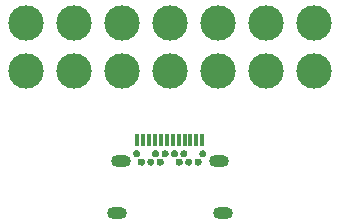
<source format=gbr>
%TF.GenerationSoftware,KiCad,Pcbnew,7.0.5*%
%TF.CreationDate,2024-03-06T10:31:56-05:00*%
%TF.ProjectId,female_connector,66656d61-6c65-45f6-936f-6e6e6563746f,rev?*%
%TF.SameCoordinates,Original*%
%TF.FileFunction,Paste,Top*%
%TF.FilePolarity,Positive*%
%FSLAX46Y46*%
G04 Gerber Fmt 4.6, Leading zero omitted, Abs format (unit mm)*
G04 Created by KiCad (PCBNEW 7.0.5) date 2024-03-06 10:31:56*
%MOMM*%
%LPD*%
G01*
G04 APERTURE LIST*
%ADD10O,1.700000X1.000000*%
%ADD11R,0.300000X1.000000*%
%ADD12C,0.600000*%
%ADD13C,3.000000*%
G04 APERTURE END LIST*
%TO.C,J2*%
G36*
X-2600000Y-4310000D02*
G01*
X-2900000Y-4310000D01*
X-2900000Y-3310000D01*
X-2600000Y-3310000D01*
X-2600000Y-4310000D01*
G37*
G36*
X-2100000Y-4310000D02*
G01*
X-2400000Y-4310000D01*
X-2400000Y-3310000D01*
X-2100000Y-3310000D01*
X-2100000Y-4310000D01*
G37*
G36*
X-1600000Y-4310000D02*
G01*
X-1900000Y-4310000D01*
X-1900000Y-3310000D01*
X-1600000Y-3310000D01*
X-1600000Y-4310000D01*
G37*
G36*
X-1100000Y-4310000D02*
G01*
X-1400000Y-4310000D01*
X-1400000Y-3310000D01*
X-1100000Y-3310000D01*
X-1100000Y-4310000D01*
G37*
G36*
X-600000Y-4310000D02*
G01*
X-900000Y-4310000D01*
X-900000Y-3310000D01*
X-600000Y-3310000D01*
X-600000Y-4310000D01*
G37*
G36*
X-100000Y-4310000D02*
G01*
X-400000Y-4310000D01*
X-400000Y-3310000D01*
X-100000Y-3310000D01*
X-100000Y-4310000D01*
G37*
G36*
X400000Y-4310000D02*
G01*
X100000Y-4310000D01*
X100000Y-3310000D01*
X400000Y-3310000D01*
X400000Y-4310000D01*
G37*
G36*
X900000Y-4310000D02*
G01*
X600000Y-4310000D01*
X600000Y-3310000D01*
X900000Y-3310000D01*
X900000Y-4310000D01*
G37*
G36*
X1400000Y-4310000D02*
G01*
X1100000Y-4310000D01*
X1100000Y-3310000D01*
X1400000Y-3310000D01*
X1400000Y-4310000D01*
G37*
G36*
X1900000Y-4310000D02*
G01*
X1600000Y-4310000D01*
X1600000Y-3310000D01*
X1900000Y-3310000D01*
X1900000Y-4310000D01*
G37*
G36*
X2400000Y-4310000D02*
G01*
X2100000Y-4310000D01*
X2100000Y-3310000D01*
X2400000Y-3310000D01*
X2400000Y-4310000D01*
G37*
G36*
X2900000Y-4310000D02*
G01*
X2600000Y-4310000D01*
X2600000Y-3310000D01*
X2900000Y-3310000D01*
X2900000Y-4310000D01*
G37*
G36*
X-2756000Y-4723000D02*
G01*
X-2732000Y-4728000D01*
X-2708000Y-4735000D01*
X-2684000Y-4743000D01*
X-2661000Y-4754000D01*
X-2639000Y-4767000D01*
X-2619000Y-4781000D01*
X-2599000Y-4797000D01*
X-2582000Y-4815000D01*
X-2565000Y-4834000D01*
X-2550000Y-4854000D01*
X-2537000Y-4875000D01*
X-2526000Y-4898000D01*
X-2517000Y-4921000D01*
X-2510000Y-4945000D01*
X-2504000Y-4970000D01*
X-2501000Y-4995000D01*
X-2500000Y-5020000D01*
X-2501000Y-5045000D01*
X-2504000Y-5070000D01*
X-2510000Y-5094000D01*
X-2517000Y-5119000D01*
X-2526000Y-5142000D01*
X-2537000Y-5164000D01*
X-2550000Y-5186000D01*
X-2565000Y-5206000D01*
X-2582000Y-5225000D01*
X-2599000Y-5243000D01*
X-2619000Y-5259000D01*
X-2639000Y-5273000D01*
X-2661000Y-5286000D01*
X-2684000Y-5296000D01*
X-2708000Y-5305000D01*
X-2732000Y-5312000D01*
X-2756000Y-5317000D01*
X-2781000Y-5319000D01*
X-2806000Y-5320000D01*
X-2832000Y-5318000D01*
X-2856000Y-5315000D01*
X-2881000Y-5309000D01*
X-2905000Y-5301000D01*
X-2928000Y-5291000D01*
X-2950000Y-5280000D01*
X-2971000Y-5266000D01*
X-2991000Y-5251000D01*
X-3010000Y-5234000D01*
X-3027000Y-5216000D01*
X-3043000Y-5196000D01*
X-3057000Y-5175000D01*
X-3069000Y-5153000D01*
X-3079000Y-5130000D01*
X-3087000Y-5107000D01*
X-3094000Y-5082000D01*
X-3098000Y-5057000D01*
X-3100000Y-5032000D01*
X-3100000Y-5007000D01*
X-3098000Y-4982000D01*
X-3094000Y-4957000D01*
X-3087000Y-4933000D01*
X-3079000Y-4909000D01*
X-3069000Y-4886000D01*
X-3057000Y-4864000D01*
X-3043000Y-4844000D01*
X-3027000Y-4824000D01*
X-3010000Y-4806000D01*
X-2991000Y-4789000D01*
X-2971000Y-4774000D01*
X-2950000Y-4760000D01*
X-2928000Y-4748000D01*
X-2905000Y-4739000D01*
X-2881000Y-4731000D01*
X-2856000Y-4725000D01*
X-2832000Y-4722000D01*
X-2806000Y-4720000D01*
X-2781000Y-4720000D01*
X-2756000Y-4723000D01*
G37*
G36*
X-2356000Y-5423000D02*
G01*
X-2332000Y-5428000D01*
X-2307000Y-5435000D01*
X-2284000Y-5443000D01*
X-2261000Y-5454000D01*
X-2239000Y-5467000D01*
X-2219000Y-5481000D01*
X-2199000Y-5497000D01*
X-2181000Y-5515000D01*
X-2165000Y-5534000D01*
X-2150000Y-5554000D01*
X-2137000Y-5575000D01*
X-2126000Y-5598000D01*
X-2117000Y-5621000D01*
X-2110000Y-5645000D01*
X-2104000Y-5670000D01*
X-2101000Y-5695000D01*
X-2100000Y-5720000D01*
X-2101000Y-5745000D01*
X-2104000Y-5770000D01*
X-2110000Y-5794000D01*
X-2117000Y-5819000D01*
X-2126000Y-5842000D01*
X-2137000Y-5864000D01*
X-2150000Y-5886000D01*
X-2165000Y-5906000D01*
X-2181000Y-5925000D01*
X-2199000Y-5943000D01*
X-2219000Y-5959000D01*
X-2239000Y-5973000D01*
X-2261000Y-5986000D01*
X-2284000Y-5996000D01*
X-2307000Y-6005000D01*
X-2332000Y-6012000D01*
X-2356000Y-6017000D01*
X-2381000Y-6019000D01*
X-2406000Y-6020000D01*
X-2432000Y-6018000D01*
X-2456000Y-6015000D01*
X-2481000Y-6009000D01*
X-2505000Y-6001000D01*
X-2528000Y-5991000D01*
X-2550000Y-5980000D01*
X-2571000Y-5966000D01*
X-2591000Y-5951000D01*
X-2610000Y-5934000D01*
X-2627000Y-5916000D01*
X-2643000Y-5896000D01*
X-2657000Y-5875000D01*
X-2669000Y-5853000D01*
X-2679000Y-5830000D01*
X-2687000Y-5807000D01*
X-2694000Y-5782000D01*
X-2698000Y-5757000D01*
X-2700000Y-5732000D01*
X-2700000Y-5707000D01*
X-2698000Y-5682000D01*
X-2694000Y-5658000D01*
X-2687000Y-5633000D01*
X-2679000Y-5609000D01*
X-2669000Y-5586000D01*
X-2657000Y-5564000D01*
X-2643000Y-5544000D01*
X-2627000Y-5524000D01*
X-2610000Y-5506000D01*
X-2591000Y-5489000D01*
X-2571000Y-5474000D01*
X-2550000Y-5460000D01*
X-2528000Y-5448000D01*
X-2505000Y-5439000D01*
X-2481000Y-5431000D01*
X-2456000Y-5425000D01*
X-2432000Y-5422000D01*
X-2406000Y-5420000D01*
X-2381000Y-5420000D01*
X-2356000Y-5423000D01*
G37*
G36*
X-1556000Y-5423000D02*
G01*
X-1532000Y-5428000D01*
X-1507000Y-5435000D01*
X-1484000Y-5443000D01*
X-1461000Y-5454000D01*
X-1439000Y-5467000D01*
X-1419000Y-5481000D01*
X-1399000Y-5497000D01*
X-1381000Y-5515000D01*
X-1365000Y-5534000D01*
X-1350000Y-5554000D01*
X-1337000Y-5575000D01*
X-1326000Y-5598000D01*
X-1317000Y-5621000D01*
X-1309000Y-5645000D01*
X-1304000Y-5670000D01*
X-1301000Y-5695000D01*
X-1300000Y-5720000D01*
X-1301000Y-5745000D01*
X-1304000Y-5770000D01*
X-1309000Y-5794000D01*
X-1317000Y-5819000D01*
X-1326000Y-5842000D01*
X-1337000Y-5864000D01*
X-1350000Y-5886000D01*
X-1365000Y-5906000D01*
X-1381000Y-5925000D01*
X-1399000Y-5943000D01*
X-1419000Y-5959000D01*
X-1439000Y-5973000D01*
X-1461000Y-5986000D01*
X-1484000Y-5996000D01*
X-1507000Y-6005000D01*
X-1532000Y-6012000D01*
X-1556000Y-6017000D01*
X-1581000Y-6019000D01*
X-1606000Y-6020000D01*
X-1631000Y-6018000D01*
X-1656000Y-6015000D01*
X-1681000Y-6009000D01*
X-1705000Y-6001000D01*
X-1728000Y-5991000D01*
X-1750000Y-5980000D01*
X-1771000Y-5966000D01*
X-1791000Y-5951000D01*
X-1810000Y-5934000D01*
X-1827000Y-5916000D01*
X-1843000Y-5896000D01*
X-1857000Y-5875000D01*
X-1869000Y-5853000D01*
X-1879000Y-5830000D01*
X-1887000Y-5807000D01*
X-1894000Y-5782000D01*
X-1898000Y-5757000D01*
X-1900000Y-5732000D01*
X-1900000Y-5707000D01*
X-1898000Y-5682000D01*
X-1894000Y-5658000D01*
X-1887000Y-5633000D01*
X-1879000Y-5609000D01*
X-1869000Y-5586000D01*
X-1857000Y-5564000D01*
X-1843000Y-5544000D01*
X-1827000Y-5524000D01*
X-1810000Y-5506000D01*
X-1791000Y-5489000D01*
X-1771000Y-5474000D01*
X-1750000Y-5460000D01*
X-1728000Y-5448000D01*
X-1705000Y-5439000D01*
X-1681000Y-5431000D01*
X-1656000Y-5425000D01*
X-1631000Y-5422000D01*
X-1606000Y-5420000D01*
X-1581000Y-5420000D01*
X-1556000Y-5423000D01*
G37*
G36*
X-1156000Y-4723000D02*
G01*
X-1132000Y-4728000D01*
X-1108000Y-4735000D01*
X-1084000Y-4743000D01*
X-1061000Y-4754000D01*
X-1040000Y-4767000D01*
X-1019000Y-4781000D01*
X-1000000Y-4797000D01*
X-982000Y-4815000D01*
X-965000Y-4834000D01*
X-950000Y-4854000D01*
X-937000Y-4875000D01*
X-926000Y-4898000D01*
X-917000Y-4921000D01*
X-910000Y-4945000D01*
X-904000Y-4970000D01*
X-901000Y-4995000D01*
X-900000Y-5020000D01*
X-901000Y-5045000D01*
X-904000Y-5070000D01*
X-910000Y-5094000D01*
X-917000Y-5119000D01*
X-926000Y-5142000D01*
X-937000Y-5164000D01*
X-950000Y-5186000D01*
X-965000Y-5206000D01*
X-982000Y-5225000D01*
X-1000000Y-5243000D01*
X-1019000Y-5259000D01*
X-1040000Y-5273000D01*
X-1061000Y-5286000D01*
X-1084000Y-5296000D01*
X-1108000Y-5305000D01*
X-1132000Y-5312000D01*
X-1156000Y-5317000D01*
X-1181000Y-5319000D01*
X-1207000Y-5320000D01*
X-1232000Y-5318000D01*
X-1256000Y-5315000D01*
X-1281000Y-5309000D01*
X-1305000Y-5301000D01*
X-1328000Y-5291000D01*
X-1350000Y-5280000D01*
X-1371000Y-5266000D01*
X-1392000Y-5251000D01*
X-1410000Y-5234000D01*
X-1427000Y-5216000D01*
X-1443000Y-5196000D01*
X-1457000Y-5175000D01*
X-1469000Y-5153000D01*
X-1479000Y-5130000D01*
X-1487000Y-5107000D01*
X-1494000Y-5082000D01*
X-1498000Y-5057000D01*
X-1500000Y-5032000D01*
X-1500000Y-5007000D01*
X-1498000Y-4982000D01*
X-1494000Y-4957000D01*
X-1487000Y-4933000D01*
X-1479000Y-4909000D01*
X-1469000Y-4886000D01*
X-1457000Y-4864000D01*
X-1443000Y-4844000D01*
X-1427000Y-4824000D01*
X-1410000Y-4806000D01*
X-1392000Y-4789000D01*
X-1371000Y-4774000D01*
X-1350000Y-4760000D01*
X-1328000Y-4748000D01*
X-1305000Y-4739000D01*
X-1281000Y-4731000D01*
X-1256000Y-4725000D01*
X-1232000Y-4722000D01*
X-1207000Y-4720000D01*
X-1181000Y-4720000D01*
X-1156000Y-4723000D01*
G37*
G36*
X-756000Y-5423000D02*
G01*
X-732000Y-5428000D01*
X-708000Y-5435000D01*
X-684000Y-5443000D01*
X-661000Y-5454000D01*
X-639000Y-5467000D01*
X-619000Y-5481000D01*
X-599000Y-5497000D01*
X-582000Y-5515000D01*
X-565000Y-5534000D01*
X-550000Y-5554000D01*
X-537000Y-5575000D01*
X-526000Y-5598000D01*
X-517000Y-5621000D01*
X-510000Y-5645000D01*
X-504000Y-5670000D01*
X-501000Y-5695000D01*
X-500000Y-5720000D01*
X-501000Y-5745000D01*
X-504000Y-5770000D01*
X-510000Y-5794000D01*
X-517000Y-5819000D01*
X-526000Y-5842000D01*
X-537000Y-5864000D01*
X-550000Y-5886000D01*
X-565000Y-5906000D01*
X-582000Y-5925000D01*
X-599000Y-5943000D01*
X-619000Y-5959000D01*
X-639000Y-5973000D01*
X-661000Y-5986000D01*
X-684000Y-5996000D01*
X-708000Y-6005000D01*
X-732000Y-6012000D01*
X-756000Y-6017000D01*
X-781000Y-6019000D01*
X-807000Y-6020000D01*
X-832000Y-6018000D01*
X-856000Y-6015000D01*
X-881000Y-6009000D01*
X-905000Y-6001000D01*
X-928000Y-5991000D01*
X-950000Y-5980000D01*
X-971000Y-5966000D01*
X-991000Y-5951000D01*
X-1010000Y-5934000D01*
X-1027000Y-5916000D01*
X-1043000Y-5896000D01*
X-1057000Y-5875000D01*
X-1069000Y-5853000D01*
X-1079000Y-5830000D01*
X-1087000Y-5807000D01*
X-1094000Y-5782000D01*
X-1098000Y-5757000D01*
X-1100000Y-5732000D01*
X-1100000Y-5707000D01*
X-1098000Y-5682000D01*
X-1094000Y-5658000D01*
X-1087000Y-5633000D01*
X-1079000Y-5609000D01*
X-1069000Y-5586000D01*
X-1057000Y-5564000D01*
X-1043000Y-5544000D01*
X-1027000Y-5524000D01*
X-1010000Y-5506000D01*
X-991000Y-5489000D01*
X-971000Y-5474000D01*
X-950000Y-5460000D01*
X-928000Y-5448000D01*
X-905000Y-5439000D01*
X-881000Y-5431000D01*
X-856000Y-5425000D01*
X-832000Y-5422000D01*
X-807000Y-5420000D01*
X-781000Y-5420000D01*
X-756000Y-5423000D01*
G37*
G36*
X-356000Y-4723000D02*
G01*
X-332000Y-4728000D01*
X-307000Y-4735000D01*
X-284000Y-4743000D01*
X-261000Y-4754000D01*
X-239000Y-4767000D01*
X-219000Y-4781000D01*
X-199000Y-4797000D01*
X-181000Y-4815000D01*
X-165000Y-4834000D01*
X-150000Y-4854000D01*
X-137000Y-4875000D01*
X-126000Y-4898000D01*
X-117000Y-4921000D01*
X-110000Y-4945000D01*
X-104000Y-4970000D01*
X-101000Y-4995000D01*
X-100000Y-5020000D01*
X-101000Y-5045000D01*
X-104000Y-5070000D01*
X-110000Y-5094000D01*
X-117000Y-5119000D01*
X-126000Y-5142000D01*
X-137000Y-5164000D01*
X-150000Y-5186000D01*
X-165000Y-5206000D01*
X-181000Y-5225000D01*
X-199000Y-5243000D01*
X-219000Y-5259000D01*
X-239000Y-5273000D01*
X-261000Y-5286000D01*
X-284000Y-5296000D01*
X-307000Y-5305000D01*
X-332000Y-5312000D01*
X-356000Y-5317000D01*
X-381000Y-5319000D01*
X-406000Y-5320000D01*
X-432000Y-5318000D01*
X-456000Y-5315000D01*
X-481000Y-5309000D01*
X-505000Y-5301000D01*
X-528000Y-5291000D01*
X-550000Y-5280000D01*
X-571000Y-5266000D01*
X-591000Y-5251000D01*
X-610000Y-5234000D01*
X-627000Y-5216000D01*
X-643000Y-5196000D01*
X-657000Y-5175000D01*
X-669000Y-5153000D01*
X-679000Y-5130000D01*
X-687000Y-5107000D01*
X-694000Y-5082000D01*
X-698000Y-5057000D01*
X-700000Y-5032000D01*
X-700000Y-5007000D01*
X-698000Y-4982000D01*
X-694000Y-4957000D01*
X-687000Y-4933000D01*
X-679000Y-4909000D01*
X-669000Y-4886000D01*
X-657000Y-4864000D01*
X-643000Y-4844000D01*
X-627000Y-4824000D01*
X-610000Y-4806000D01*
X-591000Y-4789000D01*
X-571000Y-4774000D01*
X-550000Y-4760000D01*
X-528000Y-4748000D01*
X-505000Y-4739000D01*
X-481000Y-4731000D01*
X-456000Y-4725000D01*
X-432000Y-4722000D01*
X-406000Y-4720000D01*
X-381000Y-4720000D01*
X-356000Y-4723000D01*
G37*
G36*
X444000Y-4723000D02*
G01*
X468000Y-4728000D01*
X493000Y-4735000D01*
X516000Y-4743000D01*
X539000Y-4754000D01*
X561000Y-4767000D01*
X581000Y-4781000D01*
X601000Y-4797000D01*
X619000Y-4815000D01*
X635000Y-4834000D01*
X650000Y-4854000D01*
X663000Y-4875000D01*
X674000Y-4898000D01*
X683000Y-4921000D01*
X690000Y-4945000D01*
X696000Y-4970000D01*
X699000Y-4995000D01*
X700000Y-5020000D01*
X699000Y-5045000D01*
X696000Y-5070000D01*
X690000Y-5094000D01*
X683000Y-5119000D01*
X674000Y-5142000D01*
X663000Y-5164000D01*
X650000Y-5186000D01*
X635000Y-5206000D01*
X619000Y-5225000D01*
X601000Y-5243000D01*
X581000Y-5259000D01*
X561000Y-5273000D01*
X539000Y-5286000D01*
X516000Y-5296000D01*
X493000Y-5305000D01*
X468000Y-5312000D01*
X444000Y-5317000D01*
X419000Y-5319000D01*
X394000Y-5320000D01*
X369000Y-5318000D01*
X344000Y-5315000D01*
X319000Y-5309000D01*
X295000Y-5301000D01*
X272000Y-5291000D01*
X250000Y-5280000D01*
X229000Y-5266000D01*
X209000Y-5251000D01*
X190000Y-5234000D01*
X173000Y-5216000D01*
X157000Y-5196000D01*
X143000Y-5175000D01*
X131000Y-5153000D01*
X121000Y-5130000D01*
X113000Y-5107000D01*
X106000Y-5082000D01*
X102000Y-5057000D01*
X100000Y-5032000D01*
X100000Y-5007000D01*
X102000Y-4982000D01*
X106000Y-4957000D01*
X113000Y-4933000D01*
X121000Y-4909000D01*
X131000Y-4886000D01*
X143000Y-4864000D01*
X157000Y-4844000D01*
X173000Y-4824000D01*
X190000Y-4806000D01*
X209000Y-4789000D01*
X229000Y-4774000D01*
X250000Y-4760000D01*
X272000Y-4748000D01*
X295000Y-4739000D01*
X319000Y-4731000D01*
X344000Y-4725000D01*
X369000Y-4722000D01*
X394000Y-4720000D01*
X419000Y-4720000D01*
X444000Y-4723000D01*
G37*
G36*
X844000Y-5423000D02*
G01*
X868000Y-5428000D01*
X892000Y-5435000D01*
X916000Y-5443000D01*
X939000Y-5454000D01*
X960000Y-5467000D01*
X981000Y-5481000D01*
X1000000Y-5497000D01*
X1018000Y-5515000D01*
X1035000Y-5534000D01*
X1050000Y-5554000D01*
X1063000Y-5575000D01*
X1074000Y-5598000D01*
X1083000Y-5621000D01*
X1090000Y-5645000D01*
X1096000Y-5670000D01*
X1099000Y-5695000D01*
X1100000Y-5720000D01*
X1099000Y-5745000D01*
X1096000Y-5770000D01*
X1090000Y-5794000D01*
X1083000Y-5819000D01*
X1074000Y-5842000D01*
X1063000Y-5864000D01*
X1050000Y-5886000D01*
X1035000Y-5906000D01*
X1018000Y-5925000D01*
X1000000Y-5943000D01*
X981000Y-5959000D01*
X960000Y-5973000D01*
X939000Y-5986000D01*
X916000Y-5996000D01*
X892000Y-6005000D01*
X868000Y-6012000D01*
X844000Y-6017000D01*
X819000Y-6019000D01*
X793000Y-6020000D01*
X768000Y-6018000D01*
X744000Y-6015000D01*
X719000Y-6009000D01*
X695000Y-6001000D01*
X672000Y-5991000D01*
X650000Y-5980000D01*
X628000Y-5966000D01*
X608000Y-5951000D01*
X590000Y-5934000D01*
X573000Y-5916000D01*
X557000Y-5896000D01*
X543000Y-5875000D01*
X531000Y-5853000D01*
X521000Y-5830000D01*
X513000Y-5807000D01*
X506000Y-5782000D01*
X502000Y-5757000D01*
X500000Y-5732000D01*
X500000Y-5707000D01*
X502000Y-5682000D01*
X506000Y-5658000D01*
X513000Y-5633000D01*
X521000Y-5609000D01*
X531000Y-5586000D01*
X543000Y-5564000D01*
X557000Y-5544000D01*
X573000Y-5524000D01*
X590000Y-5506000D01*
X608000Y-5489000D01*
X628000Y-5474000D01*
X650000Y-5460000D01*
X672000Y-5448000D01*
X695000Y-5439000D01*
X719000Y-5431000D01*
X744000Y-5425000D01*
X768000Y-5422000D01*
X793000Y-5420000D01*
X819000Y-5420000D01*
X844000Y-5423000D01*
G37*
G36*
X1244000Y-4723000D02*
G01*
X1268000Y-4728000D01*
X1292000Y-4735000D01*
X1316000Y-4743000D01*
X1339000Y-4754000D01*
X1361000Y-4767000D01*
X1381000Y-4781000D01*
X1401000Y-4797000D01*
X1418000Y-4815000D01*
X1435000Y-4834000D01*
X1450000Y-4854000D01*
X1463000Y-4875000D01*
X1474000Y-4898000D01*
X1483000Y-4921000D01*
X1490000Y-4945000D01*
X1496000Y-4970000D01*
X1499000Y-4995000D01*
X1500000Y-5020000D01*
X1499000Y-5045000D01*
X1496000Y-5070000D01*
X1490000Y-5094000D01*
X1483000Y-5119000D01*
X1474000Y-5142000D01*
X1463000Y-5164000D01*
X1450000Y-5186000D01*
X1435000Y-5206000D01*
X1418000Y-5225000D01*
X1401000Y-5243000D01*
X1381000Y-5259000D01*
X1361000Y-5273000D01*
X1339000Y-5286000D01*
X1316000Y-5296000D01*
X1292000Y-5305000D01*
X1268000Y-5312000D01*
X1244000Y-5317000D01*
X1219000Y-5319000D01*
X1193000Y-5320000D01*
X1168000Y-5318000D01*
X1144000Y-5315000D01*
X1119000Y-5309000D01*
X1095000Y-5301000D01*
X1072000Y-5291000D01*
X1050000Y-5280000D01*
X1029000Y-5266000D01*
X1009000Y-5251000D01*
X990000Y-5234000D01*
X973000Y-5216000D01*
X957000Y-5196000D01*
X943000Y-5175000D01*
X931000Y-5153000D01*
X921000Y-5130000D01*
X913000Y-5107000D01*
X906000Y-5082000D01*
X902000Y-5057000D01*
X900000Y-5032000D01*
X900000Y-5007000D01*
X902000Y-4982000D01*
X906000Y-4957000D01*
X913000Y-4933000D01*
X921000Y-4909000D01*
X931000Y-4886000D01*
X943000Y-4864000D01*
X957000Y-4844000D01*
X973000Y-4824000D01*
X990000Y-4806000D01*
X1009000Y-4789000D01*
X1029000Y-4774000D01*
X1050000Y-4760000D01*
X1072000Y-4748000D01*
X1095000Y-4739000D01*
X1119000Y-4731000D01*
X1144000Y-4725000D01*
X1168000Y-4722000D01*
X1193000Y-4720000D01*
X1219000Y-4720000D01*
X1244000Y-4723000D01*
G37*
G36*
X1644000Y-5423000D02*
G01*
X1668000Y-5428000D01*
X1693000Y-5435000D01*
X1716000Y-5443000D01*
X1739000Y-5454000D01*
X1761000Y-5467000D01*
X1781000Y-5481000D01*
X1801000Y-5497000D01*
X1819000Y-5515000D01*
X1835000Y-5534000D01*
X1850000Y-5554000D01*
X1863000Y-5575000D01*
X1874000Y-5598000D01*
X1883000Y-5621000D01*
X1890000Y-5645000D01*
X1896000Y-5670000D01*
X1899000Y-5695000D01*
X1900000Y-5720000D01*
X1899000Y-5745000D01*
X1896000Y-5770000D01*
X1890000Y-5794000D01*
X1883000Y-5819000D01*
X1874000Y-5842000D01*
X1863000Y-5864000D01*
X1850000Y-5886000D01*
X1835000Y-5906000D01*
X1819000Y-5925000D01*
X1801000Y-5943000D01*
X1781000Y-5959000D01*
X1761000Y-5973000D01*
X1739000Y-5986000D01*
X1716000Y-5996000D01*
X1693000Y-6005000D01*
X1668000Y-6012000D01*
X1644000Y-6017000D01*
X1619000Y-6019000D01*
X1594000Y-6020000D01*
X1568000Y-6018000D01*
X1544000Y-6015000D01*
X1519000Y-6009000D01*
X1495000Y-6001000D01*
X1472000Y-5991000D01*
X1450000Y-5980000D01*
X1429000Y-5966000D01*
X1409000Y-5951000D01*
X1390000Y-5934000D01*
X1373000Y-5916000D01*
X1357000Y-5896000D01*
X1343000Y-5875000D01*
X1331000Y-5853000D01*
X1321000Y-5830000D01*
X1313000Y-5807000D01*
X1306000Y-5782000D01*
X1302000Y-5757000D01*
X1300000Y-5732000D01*
X1300000Y-5707000D01*
X1302000Y-5682000D01*
X1306000Y-5658000D01*
X1313000Y-5633000D01*
X1321000Y-5609000D01*
X1331000Y-5586000D01*
X1343000Y-5564000D01*
X1357000Y-5544000D01*
X1373000Y-5524000D01*
X1390000Y-5506000D01*
X1409000Y-5489000D01*
X1429000Y-5474000D01*
X1450000Y-5460000D01*
X1472000Y-5448000D01*
X1495000Y-5439000D01*
X1519000Y-5431000D01*
X1544000Y-5425000D01*
X1568000Y-5422000D01*
X1594000Y-5420000D01*
X1619000Y-5420000D01*
X1644000Y-5423000D01*
G37*
G36*
X2444000Y-5423000D02*
G01*
X2468000Y-5428000D01*
X2493000Y-5435000D01*
X2516000Y-5443000D01*
X2539000Y-5454000D01*
X2561000Y-5467000D01*
X2581000Y-5481000D01*
X2601000Y-5497000D01*
X2619000Y-5515000D01*
X2635000Y-5534000D01*
X2650000Y-5554000D01*
X2663000Y-5575000D01*
X2674000Y-5598000D01*
X2683000Y-5621000D01*
X2690000Y-5645000D01*
X2696000Y-5670000D01*
X2699000Y-5695000D01*
X2700000Y-5720000D01*
X2699000Y-5745000D01*
X2696000Y-5770000D01*
X2690000Y-5794000D01*
X2683000Y-5819000D01*
X2674000Y-5842000D01*
X2663000Y-5864000D01*
X2650000Y-5886000D01*
X2635000Y-5906000D01*
X2619000Y-5925000D01*
X2601000Y-5943000D01*
X2581000Y-5959000D01*
X2561000Y-5973000D01*
X2539000Y-5986000D01*
X2516000Y-5996000D01*
X2493000Y-6005000D01*
X2468000Y-6012000D01*
X2444000Y-6017000D01*
X2419000Y-6019000D01*
X2394000Y-6020000D01*
X2369000Y-6018000D01*
X2344000Y-6015000D01*
X2319000Y-6009000D01*
X2295000Y-6001000D01*
X2272000Y-5991000D01*
X2250000Y-5980000D01*
X2229000Y-5966000D01*
X2209000Y-5951000D01*
X2190000Y-5934000D01*
X2173000Y-5916000D01*
X2157000Y-5896000D01*
X2143000Y-5875000D01*
X2131000Y-5853000D01*
X2121000Y-5830000D01*
X2113000Y-5807000D01*
X2106000Y-5782000D01*
X2102000Y-5757000D01*
X2100000Y-5732000D01*
X2100000Y-5707000D01*
X2102000Y-5682000D01*
X2106000Y-5658000D01*
X2113000Y-5633000D01*
X2121000Y-5609000D01*
X2131000Y-5586000D01*
X2143000Y-5564000D01*
X2157000Y-5544000D01*
X2173000Y-5524000D01*
X2190000Y-5506000D01*
X2209000Y-5489000D01*
X2229000Y-5474000D01*
X2250000Y-5460000D01*
X2272000Y-5448000D01*
X2295000Y-5439000D01*
X2319000Y-5431000D01*
X2344000Y-5425000D01*
X2369000Y-5422000D01*
X2394000Y-5420000D01*
X2419000Y-5420000D01*
X2444000Y-5423000D01*
G37*
G36*
X2844000Y-4723000D02*
G01*
X2868000Y-4728000D01*
X2892000Y-4735000D01*
X2916000Y-4743000D01*
X2939000Y-4754000D01*
X2960000Y-4767000D01*
X2981000Y-4781000D01*
X3000000Y-4797000D01*
X3018000Y-4815000D01*
X3035000Y-4834000D01*
X3050000Y-4854000D01*
X3063000Y-4875000D01*
X3074000Y-4898000D01*
X3083000Y-4921000D01*
X3090000Y-4945000D01*
X3096000Y-4970000D01*
X3099000Y-4995000D01*
X3100000Y-5020000D01*
X3099000Y-5045000D01*
X3096000Y-5070000D01*
X3090000Y-5094000D01*
X3083000Y-5119000D01*
X3074000Y-5142000D01*
X3063000Y-5164000D01*
X3050000Y-5186000D01*
X3035000Y-5206000D01*
X3018000Y-5225000D01*
X3000000Y-5243000D01*
X2981000Y-5259000D01*
X2960000Y-5273000D01*
X2939000Y-5286000D01*
X2916000Y-5296000D01*
X2892000Y-5305000D01*
X2868000Y-5312000D01*
X2844000Y-5317000D01*
X2819000Y-5319000D01*
X2793000Y-5320000D01*
X2768000Y-5318000D01*
X2744000Y-5315000D01*
X2719000Y-5309000D01*
X2695000Y-5301000D01*
X2672000Y-5291000D01*
X2650000Y-5280000D01*
X2628000Y-5266000D01*
X2608000Y-5251000D01*
X2590000Y-5234000D01*
X2573000Y-5216000D01*
X2557000Y-5196000D01*
X2543000Y-5175000D01*
X2531000Y-5153000D01*
X2521000Y-5130000D01*
X2513000Y-5107000D01*
X2506000Y-5082000D01*
X2502000Y-5057000D01*
X2500000Y-5032000D01*
X2500000Y-5007000D01*
X2502000Y-4982000D01*
X2506000Y-4957000D01*
X2513000Y-4933000D01*
X2521000Y-4909000D01*
X2531000Y-4886000D01*
X2543000Y-4864000D01*
X2557000Y-4844000D01*
X2573000Y-4824000D01*
X2590000Y-4806000D01*
X2608000Y-4789000D01*
X2628000Y-4774000D01*
X2650000Y-4760000D01*
X2672000Y-4748000D01*
X2695000Y-4739000D01*
X2719000Y-4731000D01*
X2744000Y-4725000D01*
X2768000Y-4722000D01*
X2793000Y-4720000D01*
X2819000Y-4720000D01*
X2844000Y-4723000D01*
G37*
%TD*%
D10*
%TO.C,J2*%
X-4125000Y-5620000D03*
X-4485000Y-10010000D03*
X4485000Y-10010000D03*
X4125000Y-5620000D03*
D11*
X-2750000Y-3810000D03*
X-2250000Y-3810000D03*
X-1750000Y-3810000D03*
X-1250000Y-3810000D03*
X-750000Y-3810000D03*
X-250000Y-3810000D03*
X250000Y-3810000D03*
X750000Y-3810000D03*
X1250000Y-3810000D03*
X1750000Y-3810000D03*
X2250000Y-3810000D03*
X2750000Y-3810000D03*
D12*
X2800000Y-5020000D03*
X2400000Y-5720000D03*
X1600000Y-5720000D03*
X1200000Y-5020000D03*
X800000Y-5720000D03*
X400000Y-5020000D03*
X-400000Y-5020000D03*
X-800000Y-5720000D03*
X-1200000Y-5020000D03*
X-1600000Y-5720000D03*
X-2400000Y-5720000D03*
X-2800000Y-5020000D03*
%TD*%
D13*
%TO.C,J1*%
X-12192000Y6096000D03*
X-8128000Y6096000D03*
X-4064000Y6096000D03*
X0Y6096000D03*
X4064000Y6096000D03*
X8128000Y6096000D03*
X12192000Y6096000D03*
X-12192000Y2032000D03*
X-8128000Y2032000D03*
X-4064000Y2032000D03*
X0Y2032000D03*
X4064000Y2032000D03*
X8128000Y2032000D03*
X12192000Y2032000D03*
%TD*%
M02*

</source>
